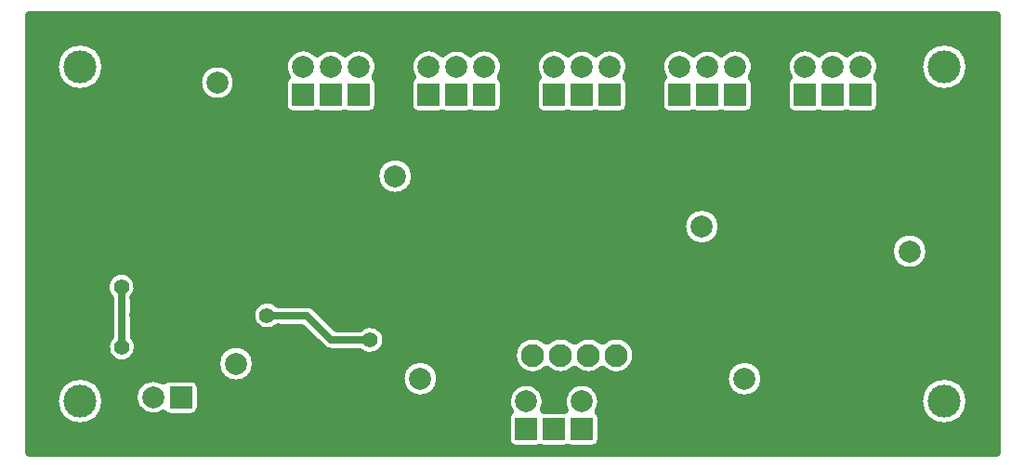
<source format=gbr>
*
*
G04 PADS Layout (Build Number 2007.65.1) generated Gerber (RS-274-X) file*
G04 PC Version=2.1*
*
%IN "RBCS_RC_MAIS_001__BLZ.P"*%
*
%MOIN*%
*
%FSLAX35Y35*%
*
*
*
*
G04 PC Standard Apertures*
*
*
G04 Thermal Relief Aperture macro.*
%AMTER*
1,1,$1,0,0*
1,0,$1-$2,0,0*
21,0,$3,$4,0,0,45*
21,0,$3,$4,0,0,135*
%
*
*
G04 Annular Aperture macro.*
%AMANN*
1,1,$1,0,0*
1,0,$2,0,0*
%
*
*
G04 Odd Aperture macro.*
%AMODD*
1,1,$1,0,0*
1,0,$1-0.005,0,0*
%
*
*
G04 PC Custom Aperture Macros*
*
*
*
*
*
*
G04 PC Aperture Table*
*
%ADD010C,0.01*%
%ADD011C,0.03*%
%ADD055C,0.11811*%
%ADD083C,0.07874*%
%ADD085C,0.5*%
%ADD086R,0.07874X0.07874*%
%ADD090C,0.08268*%
%ADD091C,0.025*%
%ADD092C,0.055*%
*
*
*
*
G04 PC Copper Outlines (0)*
G04 Layer Name RBCS_RC_MAIS_001__BLZ.P - dark (0)*
%LPD*%
*
*
G04 PC Area=ANP000036*
G75*
G36*
G01*
X350000Y160000D02*
X322370D01*
Y143316D01*
X323760Y146672D01*
X326328Y149240D01*
X329684Y150630D01*
X333316D01*
X336672Y149240D01*
X339240Y146672D01*
X340630Y143316D01*
Y139684D01*
X339240Y136328D01*
X336672Y133760D01*
X333316Y132370D01*
X329684D01*
X326328Y133760D01*
X323760Y136328D01*
X322370Y139684D01*
Y160000D01*
X311876D01*
Y76941D01*
X313295Y79886D01*
X315851Y81925D01*
X319038Y82652D01*
X322225Y81925D01*
X324781Y79886D01*
X326200Y76941D01*
Y73671D01*
X324781Y70726D01*
X322370Y68803D01*
Y23316D01*
X323760Y26672D01*
X326328Y29240D01*
X329684Y30630D01*
X333316D01*
X336672Y29240D01*
X339240Y26672D01*
X340630Y23316D01*
Y19684D01*
X339240Y16328D01*
X336672Y13760D01*
X333316Y12370D01*
X329684D01*
X326328Y13760D01*
X323760Y16328D01*
X322370Y19684D01*
Y68803D01*
X322225Y68687D01*
X319038Y67960D01*
X315851Y68687D01*
X313295Y70726D01*
X311876Y73671D01*
Y160000D01*
X274348D01*
Y141974D01*
X275156Y144836D01*
X277056Y147124D01*
X279720Y148443D01*
X282692Y148568D01*
X285458Y147476D01*
X286500Y146416D01*
X287489Y147421D01*
X290090Y148512D01*
X292910D01*
X295511Y147421D01*
X296500Y146416D01*
X297542Y147476D01*
X300308Y148568D01*
X303279Y148443D01*
X305944Y147124D01*
X307844Y144836D01*
X308652Y141974D01*
X308229Y139031D01*
X307438Y137771D01*
X307949Y137333D01*
X308512Y136110D01*
Y126739D01*
X307688Y125312D01*
X306261Y124488D01*
X297563D01*
X296500Y124678D01*
X295437Y124488D01*
X287563D01*
X286500Y124678D01*
X285437Y124488D01*
X276739D01*
X275312Y125312D01*
X274488Y126739D01*
Y136110D01*
X275051Y137333D01*
X275562Y137771D01*
X274771Y139031D01*
X274348Y141974D01*
Y160000D01*
X229348D01*
Y141974D01*
X230156Y144836D01*
X232056Y147124D01*
X234720Y148443D01*
X237692Y148568D01*
X240458Y147476D01*
X241500Y146416D01*
X242489Y147421D01*
X245090Y148512D01*
X247910D01*
X250511Y147421D01*
X251500Y146416D01*
X252542Y147476D01*
X255308Y148568D01*
X258279Y148443D01*
X260944Y147124D01*
X262844Y144836D01*
X263652Y141974D01*
X263229Y139031D01*
X262438Y137771D01*
X262949Y137333D01*
X263512Y136110D01*
Y126739D01*
X262688Y125312D01*
X261261Y124488D01*
X252697D01*
Y31177D01*
X254116Y34122D01*
X256672Y36161D01*
X259859Y36888D01*
X263046Y36161D01*
X265602Y34122D01*
X267021Y31177D01*
Y27907D01*
X265602Y24962D01*
X263046Y22923D01*
X259859Y22196D01*
X256672Y22923D01*
X254116Y24962D01*
X252697Y27907D01*
Y124488D01*
X252563D01*
X251500Y124678D01*
X250437Y124488D01*
X242563D01*
X241500Y124678D01*
X240437Y124488D01*
X237354D01*
Y85767D01*
X238773Y88712D01*
X241329Y90751D01*
X244516Y91478D01*
X247703Y90751D01*
X250259Y88712D01*
X251678Y85767D01*
Y82497D01*
X250259Y79552D01*
X247703Y77513D01*
X244516Y76786D01*
X241329Y77513D01*
X238773Y79552D01*
X237354Y82497D01*
Y124488D01*
X231739D01*
X230312Y125312D01*
X229488Y126739D01*
Y136110D01*
X230051Y137333D01*
X230562Y137771D01*
X229771Y139031D01*
X229348Y141974D01*
Y160000D01*
X184348D01*
Y141974D01*
X185156Y144836D01*
X187056Y147124D01*
X189720Y148443D01*
X192692Y148568D01*
X195458Y147476D01*
X196500Y146416D01*
X197489Y147421D01*
X200090Y148512D01*
X202910D01*
X205511Y147421D01*
X206500Y146416D01*
X207542Y147476D01*
X210308Y148568D01*
X213279Y148443D01*
X215944Y147124D01*
X217844Y144836D01*
X218652Y141974D01*
X218229Y139031D01*
X217438Y137771D01*
X217949Y137333D01*
X218512Y136110D01*
Y126739D01*
X217688Y125312D01*
X216261Y124488D01*
X207563D01*
X206500Y124678D01*
X205437Y124488D01*
X197563D01*
X196500Y124678D01*
X195437Y124488D01*
X186739D01*
X185312Y125312D01*
X184488Y126739D01*
Y136110D01*
X185051Y137333D01*
X185562Y137771D01*
X184771Y139031D01*
X184348Y141974D01*
Y160000D01*
X176654D01*
Y39379D01*
X177734Y42010D01*
X179732Y44034D01*
X182349Y45147D01*
X185193Y45183D01*
X187838Y44136D01*
X188862Y43149D01*
X189870Y44119D01*
X192464Y45165D01*
X195261D01*
X197855Y44119D01*
X198862Y43149D01*
X199870Y44119D01*
X202464Y45165D01*
X205260D01*
X207854Y44120D01*
X208862Y43150D01*
X209982Y44228D01*
X212913Y45270D01*
X216012Y45011D01*
X218729Y43497D01*
X220580Y40998D01*
X221237Y37957D01*
X220581Y34917D01*
X218730Y32417D01*
X216013Y30903D01*
X212913Y30644D01*
X209983Y31685D01*
X208862Y32764D01*
X207855Y31794D01*
X205261Y30748D01*
X202464D01*
X199870Y31794D01*
X198862Y32764D01*
X197855Y31794D01*
X195261Y30748D01*
X192464D01*
X189870Y31794D01*
X188862Y32764D01*
X187838Y31778D01*
X185193Y30731D01*
X182349Y30766D01*
X179732Y31880D01*
X177734Y33903D01*
X176654Y36535D01*
Y160000D01*
X174488D01*
Y16110D01*
X175051Y17333D01*
X175562Y17771D01*
X175036Y18609D01*
X174488Y20511D01*
Y23096D01*
X175870Y25975D01*
X178362Y27971D01*
X181473Y28691D01*
X184589Y27994D01*
X187096Y26017D01*
X188500Y23149D01*
X188524Y19956D01*
X187843Y18512D01*
X195157D01*
X194529Y19845D01*
X194452Y22791D01*
X195568Y25518D01*
X197687Y27566D01*
X200451Y28588D01*
X203393Y28410D01*
X206014Y27064D01*
X207872Y24776D01*
X208652Y21935D01*
X208222Y19019D01*
X207438Y17771D01*
X207949Y17333D01*
X208512Y16110D01*
Y6739D01*
X207688Y5312D01*
X206261Y4488D01*
X197563D01*
X196500Y4678D01*
X195437Y4488D01*
X187563D01*
X186500Y4678D01*
X185437Y4488D01*
X176739D01*
X175312Y5312D01*
X174488Y6739D01*
Y160000D01*
X139348D01*
Y141974D01*
X140156Y144836D01*
X142056Y147124D01*
X144720Y148443D01*
X147692Y148568D01*
X150458Y147476D01*
X151500Y146416D01*
X152489Y147421D01*
X155090Y148512D01*
X157910D01*
X160511Y147421D01*
X161500Y146416D01*
X162542Y147476D01*
X165308Y148568D01*
X168279Y148443D01*
X170944Y147124D01*
X172844Y144836D01*
X173652Y141974D01*
X173229Y139031D01*
X172438Y137771D01*
X172949Y137333D01*
X173512Y136110D01*
Y126739D01*
X172688Y125312D01*
X171261Y124488D01*
X162563D01*
X161500Y124678D01*
X160437Y124488D01*
X152563D01*
X151500Y124678D01*
X150437Y124488D01*
X141739D01*
X140312Y125312D01*
X139488Y126739D01*
Y136110D01*
X140051Y137333D01*
X140562Y137771D01*
X139771Y139031D01*
X139348Y141974D01*
Y160000D01*
X94348D01*
Y141974D01*
X95156Y144836D01*
X97056Y147124D01*
X99720Y148443D01*
X102692Y148568D01*
X105458Y147476D01*
X106500Y146416D01*
X107489Y147421D01*
X110090Y148512D01*
X112910D01*
X115511Y147421D01*
X116500Y146416D01*
X117542Y147476D01*
X120308Y148568D01*
X123279Y148443D01*
X125944Y147124D01*
X127844Y144836D01*
X128652Y141974D01*
X128229Y139031D01*
X127438Y137771D01*
X127949Y137333D01*
X128512Y136110D01*
Y126739D01*
X127688Y125312D01*
X127338Y125110D01*
Y103905D01*
X128757Y106850D01*
X131313Y108889D01*
X134500Y109616D01*
X137687Y108889D01*
X140243Y106850D01*
X141662Y103905D01*
Y100635D01*
X140243Y97690D01*
X137687Y95651D01*
X136384Y95354D01*
Y31176D01*
X137803Y34121D01*
X140359Y36160D01*
X143546Y36887D01*
X146733Y36160D01*
X149289Y34121D01*
X150708Y31176D01*
Y27906D01*
X149289Y24961D01*
X146733Y22922D01*
X143546Y22195D01*
X140359Y22922D01*
X137803Y24961D01*
X136384Y27906D01*
Y95354D01*
X134500Y94924D01*
X131313Y95651D01*
X128757Y97690D01*
X127338Y100635D01*
Y125110D01*
X126261Y124488D01*
X117563D01*
X116500Y124678D01*
X115437Y124488D01*
X107563D01*
X106500Y124678D01*
X105437Y124488D01*
X96739D01*
X95312Y125312D01*
X94488Y126739D01*
Y136110D01*
X95051Y137333D01*
X95562Y137771D01*
X94771Y139031D01*
X94348Y141974D01*
Y160000D01*
X82755D01*
Y53647D01*
X83971Y56095D01*
X86149Y57747D01*
X88835Y58258D01*
X91467Y57520D01*
X92482Y56605D01*
X103530D01*
X105120Y55946D01*
X113281Y47785D01*
X121678D01*
X122693Y48700D01*
X125325Y49438D01*
X128011Y48927D01*
X130189Y47275D01*
X131405Y44827D01*
Y42093D01*
X130189Y39645D01*
X128011Y37993D01*
X125325Y37482D01*
X122693Y38220D01*
X121678Y39135D01*
X110630D01*
X109040Y39794D01*
X100879Y47955D01*
X92482D01*
X91467Y47040D01*
X88835Y46302D01*
X86149Y46813D01*
X83971Y48465D01*
X82755Y50913D01*
Y160000D01*
X63722D01*
Y137425D01*
X65111Y140308D01*
X67614Y142304D01*
X70734Y143016D01*
X73855Y142304D01*
X76357Y140308D01*
X77746Y137425D01*
Y134224D01*
X76357Y131340D01*
X73855Y129344D01*
X70734Y128632D01*
X70260Y128740D01*
Y36572D01*
X71679Y39517D01*
X74235Y41556D01*
X77422Y42283D01*
X80609Y41556D01*
X83165Y39517D01*
X84584Y36572D01*
Y33302D01*
X83165Y30357D01*
X80609Y28318D01*
X77422Y27591D01*
X74235Y28318D01*
X71679Y30357D01*
X70260Y33302D01*
Y128740D01*
X67614Y129344D01*
X65111Y131340D01*
X63722Y134224D01*
Y160000D01*
X12370D01*
Y143316D01*
X13760Y146672D01*
X16328Y149240D01*
X19684Y150630D01*
X23316D01*
X26672Y149240D01*
X29240Y146672D01*
X30630Y143316D01*
Y139684D01*
X30300Y138887D01*
Y62496D01*
X30970Y65295D01*
X32867Y67460D01*
X35553Y68493D01*
X38412Y68156D01*
X40784Y66526D01*
X42125Y63979D01*
Y61459D01*
X41349Y59441D01*
X40625Y58638D01*
Y52815D01*
X40805Y51580D01*
Y44692D01*
X41529Y43889D01*
X42305Y41871D01*
Y39351D01*
X40964Y36804D01*
X40598Y36552D01*
Y24398D01*
X41853Y27161D01*
X44139Y29158D01*
X47045Y30032D01*
X50053Y29625D01*
X51339Y28818D01*
X51777Y29329D01*
X53000Y29892D01*
X62371D01*
X63798Y29068D01*
X64622Y27641D01*
Y18119D01*
X63798Y16692D01*
X62371Y15868D01*
X53000D01*
X51777Y16431D01*
X51339Y16942D01*
X50053Y16135D01*
X47045Y15728D01*
X44139Y16602D01*
X41853Y18599D01*
X40598Y21362D01*
Y36552D01*
X38592Y35174D01*
X35733Y34837D01*
X33047Y35869D01*
X31150Y38035D01*
X30480Y40834D01*
X31191Y43623D01*
X32155Y44692D01*
Y50525D01*
X31975Y51760D01*
Y58638D01*
X31011Y59707D01*
X30300Y62496D01*
Y138887D01*
X29240Y136328D01*
X26672Y133760D01*
X23316Y132370D01*
X19684D01*
X16328Y133760D01*
X13760Y136328D01*
X12370Y139684D01*
Y23316D01*
X13760Y26672D01*
X16328Y29240D01*
X19684Y30630D01*
X23316D01*
X26672Y29240D01*
X29240Y26672D01*
X30630Y23316D01*
Y19684D01*
X29240Y16328D01*
X26672Y13760D01*
X23316Y12370D01*
X19684D01*
X16328Y13760D01*
X13760Y16328D01*
X12370Y19684D01*
Y160000D01*
X3000D01*
Y3000D01*
X350000D01*
Y160000D01*
G37*
G74*
*
*
G04 PC Copper Outlines (1)*
G04 Layer Name RBCS_RC_MAIS_001__BLZ.P - dark (1)*
%LPD*%
*
*
G04 PC Area=Custom_Thermal*
*
G04 PC Custom Flashes*
G04 Layer Name RBCS_RC_MAIS_001__BLZ.P - flashes*
%LPD*%
*
*
G04 PC Circuitry*
G04 Layer Name RBCS_RC_MAIS_001__BLZ.P - circuitry*
%LPD*%
*
G54D10*
G54D11*
G01X173862Y30920D02*
Y37957D01*
X164490Y5310D02*
X173862Y14682D01*
Y30920*
X191500Y21500D02*
Y28140D01*
X190110Y29530*
X175252*
X173862Y30920*
Y37957D02*
X170464Y41354D01*
X340630Y21500D02*
G75*
G03X340630I-9130J0D01*
G01X326200Y75306D02*
G03X326200I-7162J0D01*
G01X340630Y141500D02*
G03X340630I-9130J0D01*
G01X267021Y29542D02*
G03X267021I-7162J0D01*
G01X251678Y84132D02*
G03X251678I-7162J0D01*
G01X150708Y29541D02*
G03X150708I-7162J0D01*
G01X84584Y34937D02*
G03X84584I-7162J0D01*
G01X141662Y102270D02*
G03X141662I-7162J0D01*
G01X77746Y135824D02*
G03X77746I-7012J0D01*
G01X30630Y141500D02*
G03X30630I-9130J0D01*
G01Y21500D02*
G03X30630I-9130J0D01*
G01X350000Y3000D02*
Y160000D01*
X3000*
Y3000*
X350000*
X340630Y21500D02*
G03X340630I-9130J0D01*
G01X326200Y75306D02*
G03X326200I-7162J0D01*
G01X340630Y141500D02*
G03X340630I-9130J0D01*
G01X307438Y137771D02*
G03X296500Y146416I-5938J3729D01*
G01X308512Y135437D02*
G03X307438Y137771I-3075J-0D01*
G01X308512Y135437D02*
Y127563D01*
X305437Y124488D02*
G03X308512Y127563I-0J3075D01*
G01X305437Y124488D02*
X297563D01*
X296500Y124678D02*
G03X297563Y124488I1063J2885D01*
G01X295437D02*
G03X296500Y124678I-0J3075D01*
G01X295437Y124488D02*
X287563D01*
X286500Y124678D02*
G03X287563Y124488I1063J2885D01*
G01X285437D02*
G03X286500Y124678I-0J3075D01*
G01X285437Y124488D02*
X277563D01*
X274488Y127563D02*
G03X277563Y124488I3075J-0D01*
G01X274488Y127563D02*
Y135437D01*
X275562Y137771D02*
G03X274488Y135437I2001J-2334D01*
G01X286500Y146416D02*
G03X275562Y137771I-5000J-4916D01*
G01X296500Y146416D02*
G03X286500I-5000J-4916D01*
G01X267021Y29542D02*
G03X267021I-7162J0D01*
G01X251678Y84132D02*
G03X251678I-7162J0D01*
G01X262438Y137771D02*
G03X251500Y146416I-5938J3729D01*
G01X263512Y135437D02*
G03X262438Y137771I-3075J-0D01*
G01X263512Y135437D02*
Y127563D01*
X260437Y124488D02*
G03X263512Y127563I-0J3075D01*
G01X260437Y124488D02*
X252563D01*
X251500Y124678D02*
G03X252563Y124488I1063J2885D01*
G01X250437D02*
G03X251500Y124678I-0J3075D01*
G01X250437Y124488D02*
X242563D01*
X241500Y124678D02*
G03X242563Y124488I1063J2885D01*
G01X240437D02*
G03X241500Y124678I-0J3075D01*
G01X240437Y124488D02*
X232563D01*
X229488Y127563D02*
G03X232563Y124488I3075J-0D01*
G01X229488Y127563D02*
Y135437D01*
X230562Y137771D02*
G03X229488Y135437I2001J-2334D01*
G01X241500Y146416D02*
G03X230562Y137771I-5000J-4916D01*
G01X251500Y146416D02*
G03X241500I-5000J-4916D01*
G01X207438Y17771D02*
G03X195157Y18512I-5938J3729D01*
G01X208512Y15437D02*
G03X207438Y17771I-3075J-0D01*
G01X208512Y15437D02*
Y7563D01*
X205437Y4488D02*
G03X208512Y7563I-0J3075D01*
G01X205437Y4488D02*
X197563D01*
X196500Y4678D02*
G03X197563Y4488I1063J2885D01*
G01X195437D02*
G03X196500Y4678I-0J3075D01*
G01X195437Y4488D02*
X187563D01*
X186500Y4678D02*
G03X187563Y4488I1063J2885D01*
G01X185437D02*
G03X186500Y4678I-0J3075D01*
G01X185437Y4488D02*
X177563D01*
X174488Y7563D02*
G03X177563Y4488I3075J-0D01*
G01X174488Y7563D02*
Y15437D01*
X175562Y17771D02*
G03X174488Y15437I2001J-2334D01*
G01X187843Y18512D02*
G03X175562Y17771I-6343J2988D01*
G01X187843Y18512D02*
X195157D01*
X208862Y32764D02*
G03Y43150I5000J5193D01*
G01X198862Y32764D02*
G03X208862I5000J5193D01*
G01X188862D02*
G03X198862I5000J5193D01*
G01X188862Y43149D02*
G03Y32764I-5000J-5192D01*
G01X198862Y43149D02*
G03X188862I-5000J-5192D01*
G01X208862Y43150D02*
G03X198862Y43149I-5000J-5193D01*
G01X217438Y137771D02*
G03X206500Y146416I-5938J3729D01*
G01X218512Y135437D02*
G03X217438Y137771I-3075J-0D01*
G01X218512Y135437D02*
Y127563D01*
X215437Y124488D02*
G03X218512Y127563I-0J3075D01*
G01X215437Y124488D02*
X207563D01*
X206500Y124678D02*
G03X207563Y124488I1063J2885D01*
G01X205437D02*
G03X206500Y124678I-0J3075D01*
G01X205437Y124488D02*
X197563D01*
X196500Y124678D02*
G03X197563Y124488I1063J2885D01*
G01X195437D02*
G03X196500Y124678I-0J3075D01*
G01X195437Y124488D02*
X187563D01*
X184488Y127563D02*
G03X187563Y124488I3075J-0D01*
G01X184488Y127563D02*
Y135437D01*
X185562Y137771D02*
G03X184488Y135437I2001J-2334D01*
G01X196500Y146416D02*
G03X185562Y137771I-5000J-4916D01*
G01X206500Y146416D02*
G03X196500I-5000J-4916D01*
G01X150708Y29541D02*
G03X150708I-7162J0D01*
G01X84584Y34937D02*
G03X84584I-7162J0D01*
G01X121678Y39135D02*
G03Y47785I3902J4325D01*
G01Y39135D02*
X111490D01*
X108432Y40402D02*
G03X111490Y39135I3058J3058D01*
G01X108432Y40402D02*
X100879Y47955D01*
X92482*
Y56605D02*
G03Y47955I-3902J-4325D01*
G01Y56605D02*
X102670D01*
X105728Y55338D02*
G03X102670Y56605I-3058J-3058D01*
G01X105728Y55338D02*
X113281Y47785D01*
X121678*
X141662Y102270D02*
G03X141662I-7162J0D01*
G01X172438Y137771D02*
G03X161500Y146416I-5938J3729D01*
G01X173512Y135437D02*
G03X172438Y137771I-3075J-0D01*
G01X173512Y135437D02*
Y127563D01*
X170437Y124488D02*
G03X173512Y127563I-0J3075D01*
G01X170437Y124488D02*
X162563D01*
X161500Y124678D02*
G03X162563Y124488I1063J2885D01*
G01X160437D02*
G03X161500Y124678I-0J3075D01*
G01X160437Y124488D02*
X152563D01*
X151500Y124678D02*
G03X152563Y124488I1063J2885D01*
G01X150437D02*
G03X151500Y124678I-0J3075D01*
G01X150437Y124488D02*
X142563D01*
X139488Y127563D02*
G03X142563Y124488I3075J-0D01*
G01X139488Y127563D02*
Y135437D01*
X140562Y137771D02*
G03X139488Y135437I2001J-2334D01*
G01X151500Y146416D02*
G03X140562Y137771I-5000J-4916D01*
G01X161500Y146416D02*
G03X151500I-5000J-4916D01*
G01X127438Y137771D02*
G03X116500Y146416I-5938J3729D01*
G01X128512Y135437D02*
G03X127438Y137771I-3075J-0D01*
G01X128512Y135437D02*
Y127563D01*
X125437Y124488D02*
G03X128512Y127563I-0J3075D01*
G01X125437Y124488D02*
X117563D01*
X116500Y124678D02*
G03X117563Y124488I1063J2885D01*
G01X115437D02*
G03X116500Y124678I-0J3075D01*
G01X115437Y124488D02*
X107563D01*
X106500Y124678D02*
G03X107563Y124488I1063J2885D01*
G01X105437D02*
G03X106500Y124678I-0J3075D01*
G01X105437Y124488D02*
X97563D01*
X94488Y127563D02*
G03X97563Y124488I3075J-0D01*
G01X94488Y127563D02*
Y135437D01*
X95562Y137771D02*
G03X94488Y135437I2001J-2334D01*
G01X106500Y146416D02*
G03X95562Y137771I-5000J-4916D01*
G01X116500Y146416D02*
G03X106500I-5000J-4916D01*
G01X64622Y26817D02*
Y18943D01*
X61547Y15868D02*
G03X64622Y18943I-0J3075D01*
G01X61547Y15868D02*
X53673D01*
X51339Y16942D02*
G03X53673Y15868I2334J2001D01*
G01X51339Y28818D02*
G03Y16942I-3729J-5938D01*
G01X53673Y29892D02*
G03X51339Y28818I-0J-3075D01*
G01X53673Y29892D02*
X61547D01*
X64622Y26817D02*
G03X61547Y29892I-3075J-0D01*
G01X77746Y135824D02*
G03X77746I-7012J0D01*
G01X32155Y44692D02*
G03X40805I4325J-3902D01*
G01X32155D02*
Y50525D01*
X31975Y51760D02*
G03X32155Y50525I4325J-0D01*
G01X31975Y51760D02*
Y58638D01*
X40625D02*
G03X31975I-4325J3902D01*
G01X40625D02*
Y52815D01*
X40805Y51580D02*
G03X40625Y52815I-4325J-0D01*
G01X40805Y51580D02*
Y44692D01*
X30630Y141500D02*
G03X30630I-9130J0D01*
G01Y21500D02*
G03X30630I-9130J0D01*
G54D55*
G01X331500D03*
Y141500D03*
X21500D03*
Y21500D03*
X307878Y40713D03*
G54D83*
X259859Y29542D03*
X143546Y29541D03*
X319038Y75306D03*
X77422Y34937D03*
X244516Y84132D03*
X70734Y135824D03*
X101500Y141500D03*
X111500D03*
X121500D03*
X146500D03*
X156500D03*
X166500D03*
X181500Y21500D03*
X191500D03*
X201500D03*
X47610Y22880D03*
X211500Y141500D03*
X236500D03*
X246500D03*
X256500D03*
X281500D03*
X191500D03*
X291500D03*
X301500D03*
X201500D03*
X134500Y102270D03*
G54D85*
X42450Y107540D03*
G54D86*
X101500Y131500D03*
X111500D03*
X121500D03*
X146500D03*
X156500D03*
X166500D03*
X181500Y11500D03*
X191500D03*
X201500D03*
X57610Y22880D03*
X211500Y131500D03*
X236500D03*
X246500D03*
X256500D03*
X281500D03*
X191500D03*
X291500D03*
X301500D03*
X201500D03*
G54D90*
X183862Y37957D03*
X203862D03*
X193862D03*
X173862D03*
X213862D03*
G54D91*
X164490Y5310D02*
X134840D01*
X94060Y46090*
X54070*
X36480Y40790D02*
Y51580D01*
X36300Y51760*
Y62540*
X125580Y43460D02*
X111490D01*
X102670Y52280*
X88580*
X170464Y41354D02*
X145209Y66610D01*
X135709Y76110*
X73880*
X42450Y107540*
X307878Y40713D02*
X260677D01*
X234780Y66610*
X145209*
G54D92*
X36300Y62540D03*
X54070Y46090D03*
X36480Y40790D03*
X88580Y52280D03*
X125580Y43460D03*
G74*
X0Y0D02*
M02*

</source>
